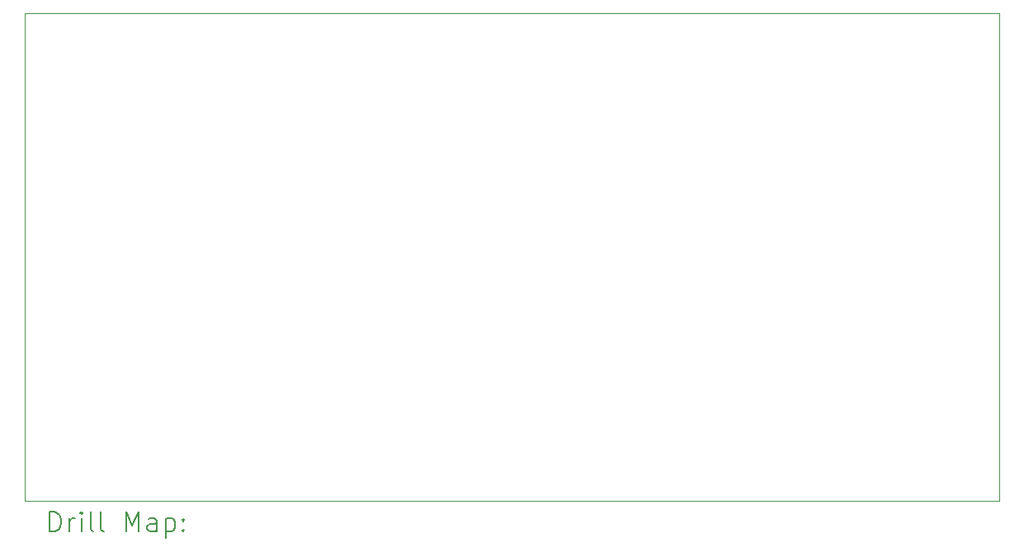
<source format=gbr>
%TF.GenerationSoftware,KiCad,Pcbnew,8.0.0-rc2-358-gd9abaa23a4*%
%TF.CreationDate,2024-02-08T22:48:53+01:00*%
%TF.ProjectId,xDuinoRail-Backplane-Arduino,78447569-6e6f-4526-9169-6c2d4261636b,rev?*%
%TF.SameCoordinates,Original*%
%TF.FileFunction,Drillmap*%
%TF.FilePolarity,Positive*%
%FSLAX45Y45*%
G04 Gerber Fmt 4.5, Leading zero omitted, Abs format (unit mm)*
G04 Created by KiCad (PCBNEW 8.0.0-rc2-358-gd9abaa23a4) date 2024-02-08 22:48:53*
%MOMM*%
%LPD*%
G01*
G04 APERTURE LIST*
%ADD10C,0.100000*%
%ADD11C,0.200000*%
G04 APERTURE END LIST*
D10*
X12828625Y-6025710D02*
X22828625Y-6025710D01*
X22828625Y-11025710D01*
X12828625Y-11025710D01*
X12828625Y-6025710D01*
D11*
X13084402Y-11342194D02*
X13084402Y-11142194D01*
X13084402Y-11142194D02*
X13132021Y-11142194D01*
X13132021Y-11142194D02*
X13160592Y-11151718D01*
X13160592Y-11151718D02*
X13179640Y-11170765D01*
X13179640Y-11170765D02*
X13189164Y-11189813D01*
X13189164Y-11189813D02*
X13198687Y-11227908D01*
X13198687Y-11227908D02*
X13198687Y-11256479D01*
X13198687Y-11256479D02*
X13189164Y-11294575D01*
X13189164Y-11294575D02*
X13179640Y-11313622D01*
X13179640Y-11313622D02*
X13160592Y-11332670D01*
X13160592Y-11332670D02*
X13132021Y-11342194D01*
X13132021Y-11342194D02*
X13084402Y-11342194D01*
X13284402Y-11342194D02*
X13284402Y-11208860D01*
X13284402Y-11246956D02*
X13293926Y-11227908D01*
X13293926Y-11227908D02*
X13303449Y-11218384D01*
X13303449Y-11218384D02*
X13322497Y-11208860D01*
X13322497Y-11208860D02*
X13341545Y-11208860D01*
X13408211Y-11342194D02*
X13408211Y-11208860D01*
X13408211Y-11142194D02*
X13398687Y-11151718D01*
X13398687Y-11151718D02*
X13408211Y-11161241D01*
X13408211Y-11161241D02*
X13417735Y-11151718D01*
X13417735Y-11151718D02*
X13408211Y-11142194D01*
X13408211Y-11142194D02*
X13408211Y-11161241D01*
X13532021Y-11342194D02*
X13512973Y-11332670D01*
X13512973Y-11332670D02*
X13503449Y-11313622D01*
X13503449Y-11313622D02*
X13503449Y-11142194D01*
X13636783Y-11342194D02*
X13617735Y-11332670D01*
X13617735Y-11332670D02*
X13608211Y-11313622D01*
X13608211Y-11313622D02*
X13608211Y-11142194D01*
X13865354Y-11342194D02*
X13865354Y-11142194D01*
X13865354Y-11142194D02*
X13932021Y-11285051D01*
X13932021Y-11285051D02*
X13998687Y-11142194D01*
X13998687Y-11142194D02*
X13998687Y-11342194D01*
X14179640Y-11342194D02*
X14179640Y-11237432D01*
X14179640Y-11237432D02*
X14170116Y-11218384D01*
X14170116Y-11218384D02*
X14151068Y-11208860D01*
X14151068Y-11208860D02*
X14112973Y-11208860D01*
X14112973Y-11208860D02*
X14093926Y-11218384D01*
X14179640Y-11332670D02*
X14160592Y-11342194D01*
X14160592Y-11342194D02*
X14112973Y-11342194D01*
X14112973Y-11342194D02*
X14093926Y-11332670D01*
X14093926Y-11332670D02*
X14084402Y-11313622D01*
X14084402Y-11313622D02*
X14084402Y-11294575D01*
X14084402Y-11294575D02*
X14093926Y-11275527D01*
X14093926Y-11275527D02*
X14112973Y-11266003D01*
X14112973Y-11266003D02*
X14160592Y-11266003D01*
X14160592Y-11266003D02*
X14179640Y-11256479D01*
X14274878Y-11208860D02*
X14274878Y-11408860D01*
X14274878Y-11218384D02*
X14293926Y-11208860D01*
X14293926Y-11208860D02*
X14332021Y-11208860D01*
X14332021Y-11208860D02*
X14351068Y-11218384D01*
X14351068Y-11218384D02*
X14360592Y-11227908D01*
X14360592Y-11227908D02*
X14370116Y-11246956D01*
X14370116Y-11246956D02*
X14370116Y-11304098D01*
X14370116Y-11304098D02*
X14360592Y-11323146D01*
X14360592Y-11323146D02*
X14351068Y-11332670D01*
X14351068Y-11332670D02*
X14332021Y-11342194D01*
X14332021Y-11342194D02*
X14293926Y-11342194D01*
X14293926Y-11342194D02*
X14274878Y-11332670D01*
X14455830Y-11323146D02*
X14465354Y-11332670D01*
X14465354Y-11332670D02*
X14455830Y-11342194D01*
X14455830Y-11342194D02*
X14446307Y-11332670D01*
X14446307Y-11332670D02*
X14455830Y-11323146D01*
X14455830Y-11323146D02*
X14455830Y-11342194D01*
X14455830Y-11218384D02*
X14465354Y-11227908D01*
X14465354Y-11227908D02*
X14455830Y-11237432D01*
X14455830Y-11237432D02*
X14446307Y-11227908D01*
X14446307Y-11227908D02*
X14455830Y-11218384D01*
X14455830Y-11218384D02*
X14455830Y-11237432D01*
M02*

</source>
